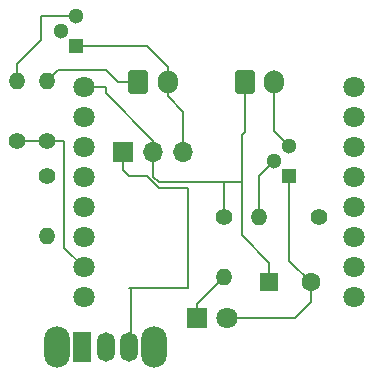
<source format=gbr>
%TF.GenerationSoftware,KiCad,Pcbnew,9.0.0*%
%TF.CreationDate,2025-04-30T15:49:22-03:00*%
%TF.ProjectId,Mini D1 Puck,4d696e69-2044-4312-9050-75636b2e6b69,rev?*%
%TF.SameCoordinates,Original*%
%TF.FileFunction,Copper,L1,Top*%
%TF.FilePolarity,Positive*%
%FSLAX46Y46*%
G04 Gerber Fmt 4.6, Leading zero omitted, Abs format (unit mm)*
G04 Created by KiCad (PCBNEW 9.0.0) date 2025-04-30 15:49:22*
%MOMM*%
%LPD*%
G01*
G04 APERTURE LIST*
G04 Aperture macros list*
%AMRoundRect*
0 Rectangle with rounded corners*
0 $1 Rounding radius*
0 $2 $3 $4 $5 $6 $7 $8 $9 X,Y pos of 4 corners*
0 Add a 4 corners polygon primitive as box body*
4,1,4,$2,$3,$4,$5,$6,$7,$8,$9,$2,$3,0*
0 Add four circle primitives for the rounded corners*
1,1,$1+$1,$2,$3*
1,1,$1+$1,$4,$5*
1,1,$1+$1,$6,$7*
1,1,$1+$1,$8,$9*
0 Add four rect primitives between the rounded corners*
20,1,$1+$1,$2,$3,$4,$5,0*
20,1,$1+$1,$4,$5,$6,$7,0*
20,1,$1+$1,$6,$7,$8,$9,0*
20,1,$1+$1,$8,$9,$2,$3,0*%
G04 Aperture macros list end*
%TA.AperFunction,ComponentPad*%
%ADD10C,1.800000*%
%TD*%
%TA.AperFunction,ComponentPad*%
%ADD11C,1.400000*%
%TD*%
%TA.AperFunction,ComponentPad*%
%ADD12O,1.400000X1.400000*%
%TD*%
%TA.AperFunction,ComponentPad*%
%ADD13R,1.300000X1.300000*%
%TD*%
%TA.AperFunction,ComponentPad*%
%ADD14C,1.300000*%
%TD*%
%TA.AperFunction,ComponentPad*%
%ADD15O,1.700000X2.000000*%
%TD*%
%TA.AperFunction,ComponentPad*%
%ADD16RoundRect,0.250000X-0.600000X-0.750000X0.600000X-0.750000X0.600000X0.750000X-0.600000X0.750000X0*%
%TD*%
%TA.AperFunction,ComponentPad*%
%ADD17C,1.600000*%
%TD*%
%TA.AperFunction,ComponentPad*%
%ADD18R,1.600000X1.600000*%
%TD*%
%TA.AperFunction,ComponentPad*%
%ADD19O,2.200000X3.500000*%
%TD*%
%TA.AperFunction,ComponentPad*%
%ADD20R,1.500000X2.500000*%
%TD*%
%TA.AperFunction,ComponentPad*%
%ADD21O,1.500000X2.500000*%
%TD*%
%TA.AperFunction,ComponentPad*%
%ADD22R,1.700000X1.700000*%
%TD*%
%TA.AperFunction,ComponentPad*%
%ADD23O,1.700000X1.700000*%
%TD*%
%TA.AperFunction,ComponentPad*%
%ADD24R,1.800000X1.800000*%
%TD*%
%TA.AperFunction,Conductor*%
%ADD25C,0.200000*%
%TD*%
G04 APERTURE END LIST*
D10*
%TO.P,U1,16*%
%TO.N,N/C*%
X200000000Y-77780000D03*
%TO.P,U1,15*%
X200000000Y-75240000D03*
%TO.P,U1,14*%
X200000000Y-72700000D03*
%TO.P,U1,13*%
X200000000Y-70160000D03*
%TO.P,U1,12*%
X200000000Y-67620000D03*
%TO.P,U1,11*%
X200000000Y-65080000D03*
%TO.P,U1,10*%
X200000000Y-62540000D03*
%TO.P,U1,9*%
X200000000Y-60000000D03*
%TO.P,U1,8*%
X177140000Y-60000000D03*
%TO.P,U1,7*%
X177140000Y-62540000D03*
%TO.P,U1,6*%
X177140000Y-65080000D03*
%TO.P,U1,5*%
X177140000Y-67620000D03*
%TO.P,U1,4*%
X177140000Y-70160000D03*
%TO.P,U1,3*%
X177140000Y-72700000D03*
%TO.P,U1,2*%
X177140000Y-75240000D03*
%TO.P,U1,1*%
X177140000Y-77780000D03*
%TD*%
D11*
%TO.P,R5,1*%
%TO.N,N/C*%
X174000000Y-67500000D03*
D12*
%TO.P,R5,2*%
X174000000Y-72580000D03*
%TD*%
D11*
%TO.P,R4,1*%
%TO.N,N/C*%
X171500000Y-64500000D03*
D12*
%TO.P,R4,2*%
X171500000Y-59420000D03*
%TD*%
D11*
%TO.P,R3,1*%
%TO.N,N/C*%
X174000000Y-64540000D03*
D12*
%TO.P,R3,2*%
X174000000Y-59460000D03*
%TD*%
D13*
%TO.P,Q2,1*%
%TO.N,N/C*%
X176500000Y-56500000D03*
D14*
%TO.P,Q2,2*%
X175230000Y-55230000D03*
%TO.P,Q2,3*%
X176500000Y-53960000D03*
%TD*%
D15*
%TO.P,BATT,2*%
%TO.N,N/C*%
X184250000Y-59532500D03*
D16*
%TO.P,BATT,1*%
X181750000Y-59532500D03*
%TD*%
D17*
%TO.P,C1,2*%
%TO.N,N/C*%
X196347349Y-76500000D03*
D18*
%TO.P,C1,1*%
X192847349Y-76500000D03*
%TD*%
D19*
%TO.P,SW1,*%
%TO.N,*%
X174900000Y-82000000D03*
X183100000Y-82000000D03*
D20*
%TO.P,SW1,1*%
%TO.N,N/C*%
X177000000Y-82000000D03*
D21*
%TO.P,SW1,2*%
X179000000Y-82000000D03*
%TO.P,SW1,3*%
X181000000Y-82000000D03*
%TD*%
D22*
%TO.P,J1,1*%
%TO.N,N/C*%
X180500000Y-65500000D03*
D23*
%TO.P,J1,2*%
X183040000Y-65500000D03*
%TO.P,J1,3*%
X185580000Y-65500000D03*
%TD*%
D13*
%TO.P,Q1,1*%
%TO.N,N/C*%
X194500000Y-67500000D03*
D14*
%TO.P,Q1,2*%
X193230000Y-66230000D03*
%TO.P,Q1,3*%
X194500000Y-64960000D03*
%TD*%
D24*
%TO.P,D1,1*%
%TO.N,N/C*%
X186730000Y-79500000D03*
D10*
%TO.P,D1,2*%
X189270000Y-79500000D03*
%TD*%
D11*
%TO.P,R2,1*%
%TO.N,N/C*%
X189000000Y-70960000D03*
D12*
%TO.P,R2,2*%
X189000000Y-76040000D03*
%TD*%
D16*
%TO.P,MOTOR,1*%
%TO.N,N/C*%
X190750000Y-59532500D03*
D15*
%TO.P,MOTOR,2*%
X193250000Y-59532500D03*
%TD*%
D11*
%TO.P,R1,1*%
%TO.N,N/C*%
X197040000Y-71000000D03*
D12*
%TO.P,R1,2*%
X191960000Y-71000000D03*
%TD*%
D25*
%TO.N,*%
X180500000Y-65500000D02*
X180500000Y-67000000D01*
X181000000Y-67500000D02*
X182500000Y-67500000D01*
X182500000Y-67500000D02*
X183500000Y-68500000D01*
X180500000Y-67000000D02*
X181000000Y-67500000D01*
X181100000Y-77100000D02*
X181100000Y-81900000D01*
X183500000Y-68500000D02*
X186000000Y-68500000D01*
X186000000Y-68500000D02*
X186000000Y-77000000D01*
X186000000Y-77000000D02*
X181000000Y-77000000D01*
X181000000Y-77000000D02*
X181100000Y-77100000D01*
X181100000Y-81900000D02*
X181000000Y-82000000D01*
X175460000Y-64540000D02*
X175500000Y-64500000D01*
X174000000Y-64540000D02*
X175460000Y-64540000D01*
X175500000Y-64500000D02*
X175500000Y-73600000D01*
X175500000Y-73600000D02*
X177140000Y-75240000D01*
X174000000Y-59460000D02*
X174960000Y-58500000D01*
X174960000Y-58500000D02*
X179000000Y-58500000D01*
X179000000Y-58500000D02*
X180032500Y-59532500D01*
X180032500Y-59532500D02*
X181750000Y-59532500D01*
X171500000Y-64500000D02*
X172000000Y-64500000D01*
X172000000Y-64500000D02*
X172040000Y-64540000D01*
X172040000Y-64540000D02*
X174000000Y-64540000D01*
X181677500Y-59460000D02*
X181750000Y-59532500D01*
X171500000Y-59420000D02*
X171500000Y-58000000D01*
X171500000Y-58000000D02*
X173500000Y-56000000D01*
X173500000Y-56000000D02*
X173500000Y-53960000D01*
X173500000Y-53960000D02*
X176500000Y-53960000D01*
X176500000Y-56500000D02*
X182500000Y-56500000D01*
X182500000Y-56500000D02*
X184250000Y-58250000D01*
X184250000Y-58250000D02*
X184250000Y-59532500D01*
X176640000Y-60000000D02*
X179000000Y-60000000D01*
X179000000Y-60000000D02*
X179000000Y-60500000D01*
X179000000Y-60500000D02*
X183040000Y-64540000D01*
X183040000Y-64540000D02*
X183040000Y-65500000D01*
X193230000Y-66230000D02*
X191960000Y-67500000D01*
X191960000Y-67500000D02*
X191960000Y-71000000D01*
X189000000Y-76040000D02*
X186730000Y-78310000D01*
X186730000Y-78310000D02*
X186730000Y-79500000D01*
X196347349Y-78152651D02*
X195000000Y-79500000D01*
X196347349Y-76500000D02*
X196347349Y-78152651D01*
X195000000Y-79500000D02*
X189270000Y-79500000D01*
X190500000Y-72500000D02*
X190500000Y-68000000D01*
X189000000Y-68000000D02*
X190500000Y-68000000D01*
X183500000Y-68000000D02*
X189000000Y-68000000D01*
X183040000Y-65500000D02*
X183040000Y-67540000D01*
X183040000Y-67540000D02*
X183500000Y-68000000D01*
X189000000Y-68000000D02*
X189000000Y-70960000D01*
X184250000Y-59532500D02*
X184250000Y-60750000D01*
X184250000Y-60750000D02*
X185580000Y-62080000D01*
X185580000Y-62080000D02*
X185580000Y-65500000D01*
X190500000Y-72500000D02*
X192847349Y-74847349D01*
X192847349Y-74847349D02*
X192847349Y-76500000D01*
X194500000Y-67500000D02*
X194500000Y-74652651D01*
X194500000Y-74652651D02*
X196347349Y-76500000D01*
X190500000Y-64000000D02*
X190750000Y-63750000D01*
X190500000Y-68000000D02*
X190500000Y-64000000D01*
X190750000Y-63750000D02*
X190750000Y-59532500D01*
X193250000Y-59532500D02*
X193250000Y-63710000D01*
X193250000Y-63710000D02*
X194500000Y-64960000D01*
%TD*%
M02*

</source>
